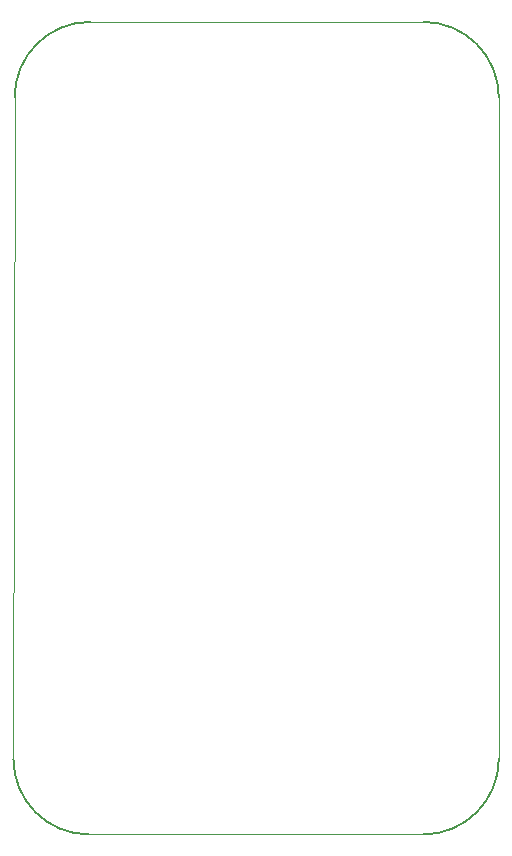
<source format=gbr>
%TF.GenerationSoftware,KiCad,Pcbnew,7.0.7*%
%TF.CreationDate,2023-10-16T17:56:00+02:00*%
%TF.ProjectId,arduino-nano-radio-transmitter,61726475-696e-46f2-9d6e-616e6f2d7261,0*%
%TF.SameCoordinates,Original*%
%TF.FileFunction,Profile,NP*%
%FSLAX46Y46*%
G04 Gerber Fmt 4.6, Leading zero omitted, Abs format (unit mm)*
G04 Created by KiCad (PCBNEW 7.0.7) date 2023-10-16 17:56:00*
%MOMM*%
%LPD*%
G01*
G04 APERTURE LIST*
%TA.AperFunction,Profile*%
%ADD10C,0.100000*%
%TD*%
%TA.AperFunction,Profile*%
%ADD11C,0.200000*%
%TD*%
G04 APERTURE END LIST*
D10*
X78400000Y-33100000D02*
X106600000Y-33100000D01*
X113000000Y-39500000D02*
X113000000Y-95500000D01*
X106600000Y-101900000D02*
X78300000Y-101900000D01*
D11*
X71900000Y-95500000D02*
G75*
G03*
X78300000Y-101900000I6400000J0D01*
G01*
X113000000Y-39500000D02*
G75*
G03*
X106600000Y-33100000I-6400000J0D01*
G01*
D10*
X71900000Y-95500000D02*
X72000000Y-39500000D01*
D11*
X78400000Y-33100000D02*
G75*
G03*
X72000000Y-39500000I0J-6400000D01*
G01*
X106600000Y-101900000D02*
G75*
G03*
X113000000Y-95500000I0J6400000D01*
G01*
M02*

</source>
